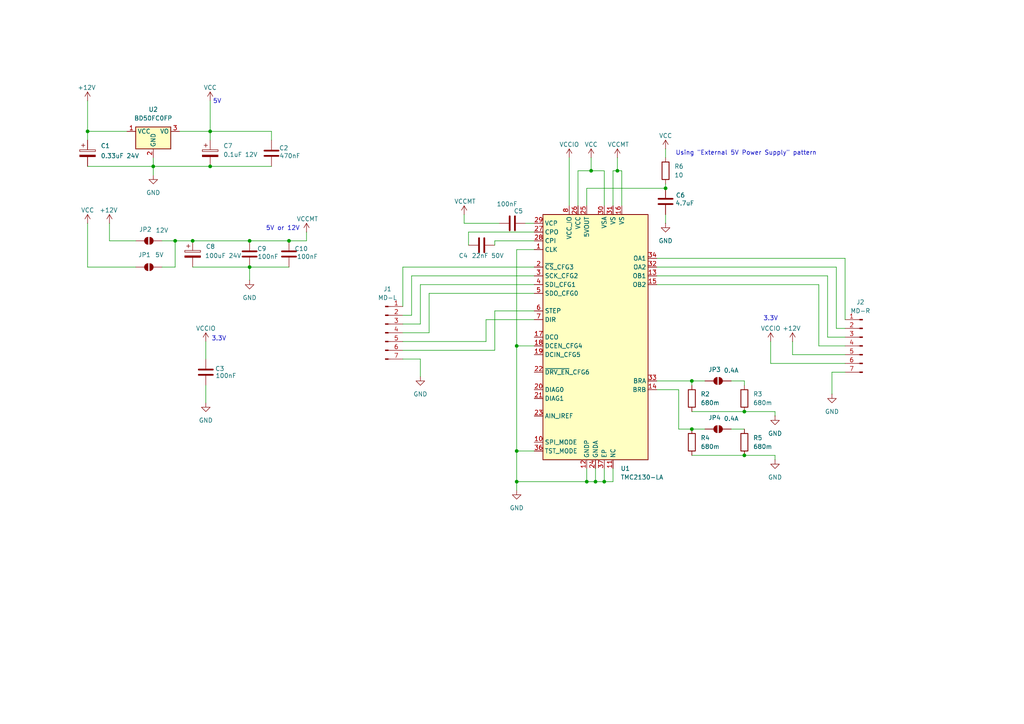
<source format=kicad_sch>
(kicad_sch (version 20231120) (generator "eeschema") (generator_version "8.0")
  (paper "A4")
  (lib_symbols
    (symbol "Connector:Conn_01x07_Pin" (pin_names (offset 1.016) hide)
      (property "Reference" "J" (at 0 10.16 0))
      (property "Value" "Conn_01x07_Pin" (at 0 -10.16 0))
      (symbol "Conn_01x07_Pin_1_1"
        (polyline (pts (xy 1.27 -7.62) (xy 0.8636 -7.62)) (stroke (width 0.1524)))
        (polyline (pts (xy 1.27 -5.08) (xy 0.8636 -5.08)) (stroke (width 0.1524)))
        (polyline (pts (xy 1.27 -2.54) (xy 0.8636 -2.54)) (stroke (width 0.1524)))
        (polyline (pts (xy 1.27 0) (xy 0.8636 0)) (stroke (width 0.1524)))
        (polyline (pts (xy 1.27 2.54) (xy 0.8636 2.54)) (stroke (width 0.1524)))
        (polyline (pts (xy 1.27 5.08) (xy 0.8636 5.08)) (stroke (width 0.1524)))
        (polyline (pts (xy 1.27 7.62) (xy 0.8636 7.62)) (stroke (width 0.1524)))
        (rectangle (start 0.8636 -7.493) (end 0 -7.747) (stroke (width 0.1524)) (fill (type outline)))
        (rectangle (start 0.8636 -4.953) (end 0 -5.207) (stroke (width 0.1524)) (fill (type outline)))
        (rectangle (start 0.8636 -2.413) (end 0 -2.667) (stroke (width 0.1524)) (fill (type outline)))
        (rectangle (start 0.8636 0.127) (end 0 -0.127) (stroke (width 0.1524)) (fill (type outline)))
        (rectangle (start 0.8636 2.667) (end 0 2.413) (stroke (width 0.1524)) (fill (type outline)))
        (rectangle (start 0.8636 5.207) (end 0 4.953) (stroke (width 0.1524)) (fill (type outline)))
        (rectangle (start 0.8636 7.747) (end 0 7.493) (stroke (width 0.1524)) (fill (type outline)))
        (pin passive line (at 5.08 7.62 180) (length 3.81) (name "Pin_1") (number "1"))
        (pin passive line (at 5.08 5.08 180) (length 3.81) (name "Pin_2") (number "2"))
        (pin passive line (at 5.08 2.54 180) (length 3.81) (name "Pin_3") (number "3"))
        (pin passive line (at 5.08 0 180) (length 3.81) (name "Pin_4") (number "4"))
        (pin passive line (at 5.08 -2.54 180) (length 3.81) (name "Pin_5") (number "5"))
        (pin passive line (at 5.08 -5.08 180) (length 3.81) (name "Pin_6") (number "6"))
        (pin passive line (at 5.08 -7.62 180) (length 3.81) (name "Pin_7") (number "7"))
      )
    )
    (symbol "Device:C" (pin_numbers hide) (pin_names (offset 0.254))
      (property "Reference" "C" (at 0.635 2.54 0))
      (property "Value" "C" (at 0.635 -2.54 0))
      (symbol "C_0_1"
        (polyline (pts (xy -2.032 -0.762) (xy 2.032 -0.762)) (stroke (width 0.508)))
        (polyline (pts (xy -2.032 0.762) (xy 2.032 0.762)) (stroke (width 0.508)))
      )
      (symbol "C_1_1"
        (pin passive line (at 0 3.81 270) (length 2.794) (name "~") (number "1"))
        (pin passive line (at 0 -3.81 90) (length 2.794) (name "~") (number "2"))
      )
    )
    (symbol "Device:C_Polarized" (pin_numbers hide) (pin_names (offset 0.254))
      (property "Reference" "C" (at 0.635 2.54 0))
      (property "Value" "C_Polarized" (at 0.635 -2.54 0))
      (symbol "C_Polarized_0_1"
        (rectangle (start -2.286 0.508) (end 2.286 1.016))
        (polyline (pts (xy -1.778 2.286) (xy -0.762 2.286)))
        (polyline (pts (xy -1.27 2.794) (xy -1.27 1.778)))
        (rectangle (start 2.286 -0.508) (end -2.286 -1.016) (fill (type outline)))
      )
      (symbol "C_Polarized_1_1"
        (pin passive line (at 0 3.81 270) (length 2.794) (name "~") (number "1"))
        (pin passive line (at 0 -3.81 90) (length 2.794) (name "~") (number "2"))
      )
    )
    (symbol "Device:R" (pin_numbers hide) (pin_names (offset 0))
      (property "Reference" "R" (at 2.032 0 90))
      (property "Value" "R" (at 0 0 90))
      (symbol "R_0_1"
        (rectangle (start -1.016 -2.54) (end 1.016 2.54) (stroke (width 0.254)))
      )
      (symbol "R_1_1"
        (pin passive line (at 0 3.81 270) (length 1.27) (name "~") (number "1"))
        (pin passive line (at 0 -3.81 90) (length 1.27) (name "~") (number "2"))
      )
    )
    (symbol "Driver_Motor:TMC2130-LA"
      (property "Reference" "U" (at -11.43 38.1 0))
      (property "Value" "TMC2130-LA" (at 17.78 38.1 0))
      (symbol "TMC2130-LA_0_1"
        (rectangle (start -15.24 35.56) (end 15.24 -35.56) (stroke (width 0.254)) (fill (type background)))
      )
      (symbol "TMC2130-LA_1_1"
        (pin input line (at -17.78 25.4 0) (length 2.54) (name "CLK") (number "1"))
        (pin input line (at -17.78 -30.48 0) (length 2.54) (name "SPI_MODE") (number "10"))
        (pin passive line (at 5.08 -38.1 90) (length 2.54) (name "NC") (number "11"))
        (pin power_in line (at -2.54 -38.1 90) (length 2.54) (name "GNDP") (number "12"))
        (pin output line (at 17.78 17.78 180) (length 2.54) (name "OB1") (number "13"))
        (pin passive line (at 17.78 -15.24 180) (length 2.54) (name "BRB") (number "14"))
        (pin output line (at 17.78 15.24 180) (length 2.54) (name "OB2") (number "15"))
        (pin power_in line (at 7.62 38.1 270) (length 2.54) (name "VS") (number "16"))
        (pin output line (at -17.78 0 0) (length 2.54) (name "DCO") (number "17"))
        (pin input line (at -17.78 -2.54 0) (length 2.54) (name "DCEN_CFG4") (number "18"))
        (pin input line (at -17.78 -5.08 0) (length 2.54) (name "DCIN_CFG5") (number "19"))
        (pin input line (at -17.78 20.32 0) (length 2.54) (name "~{CS}_CFG3") (number "2"))
        (pin output line (at -17.78 -15.24 0) (length 2.54) (name "DIAG0") (number "20"))
        (pin output line (at -17.78 -17.78 0) (length 2.54) (name "DIAG1") (number "21"))
        (pin input line (at -17.78 -10.16 0) (length 2.54) (name "~{DRV_EN}_CFG6") (number "22"))
        (pin input line (at -17.78 -22.86 0) (length 2.54) (name "AIN_IREF") (number "23"))
        (pin power_in line (at 0 -38.1 90) (length 2.54) (name "GNDA") (number "24"))
        (pin power_out line (at -2.54 38.1 270) (length 2.54) (name "5VOUT") (number "25"))
        (pin power_in line (at -5.08 38.1 270) (length 2.54) (name "VCC") (number "26"))
        (pin passive line (at -17.78 30.48 0) (length 2.54) (name "CPO") (number "27"))
        (pin passive line (at -17.78 27.94 0) (length 2.54) (name "CPI") (number "28"))
        (pin passive line (at -17.78 33.02 0) (length 2.54) (name "VCP") (number "29"))
        (pin input line (at -17.78 17.78 0) (length 2.54) (name "SCK_CFG2") (number "3"))
        (pin power_in line (at 2.54 38.1 270) (length 2.54) (name "VSA") (number "30"))
        (pin power_in line (at 5.08 38.1 270) (length 2.54) (name "VS") (number "31"))
        (pin output line (at 17.78 20.32 180) (length 2.54) (name "OA2") (number "32"))
        (pin passive line (at 17.78 -12.7 180) (length 2.54) (name "BRA") (number "33"))
        (pin output line (at 17.78 22.86 180) (length 2.54) (name "OA1") (number "34"))
        (pin passive line (at -2.54 -38.1 90) (length 2.54) hide (name "GNDP") (number "35"))
        (pin input line (at -17.78 -33.02 0) (length 2.54) (name "TST_MODE") (number "36"))
        (pin power_in line (at 2.54 -38.1 90) (length 2.54) (name "EP") (number "37"))
        (pin input line (at -17.78 15.24 0) (length 2.54) (name "SDI_CFG1") (number "4"))
        (pin bidirectional line (at -17.78 12.7 0) (length 2.54) (name "SDO_CFG0") (number "5"))
        (pin input line (at -17.78 7.62 0) (length 2.54) (name "STEP") (number "6"))
        (pin input line (at -17.78 5.08 0) (length 2.54) (name "DIR") (number "7"))
        (pin power_in line (at -7.62 38.1 270) (length 2.54) (name "VCC_IO") (number "8"))
        (pin no_connect line (at 15.24 33.02 180) (length 2.54) hide (name "DNC") (number "9"))
      )
    )
    (symbol "Jumper:SolderJumper_2_Open" (pin_numbers hide) (pin_names (offset 0) hide) (exclude_from_sim yes) (in_bom no)
      (property "Reference" "JP" (at 0 2.032 0))
      (property "Value" "SolderJumper_2_Open" (at 0 -2.54 0))
      (symbol "SolderJumper_2_Open_0_1"
        (arc (start -0.254 1.016) (mid -1.2656 0) (end -0.254 -1.016))
        (arc (start -0.254 1.016) (mid -1.2656 0) (end -0.254 -1.016) (fill (type outline)))
        (polyline (pts (xy -0.254 1.016) (xy -0.254 -1.016)))
        (polyline (pts (xy 0.254 1.016) (xy 0.254 -1.016)))
        (arc (start 0.254 -1.016) (mid 1.2656 0) (end 0.254 1.016))
        (arc (start 0.254 -1.016) (mid 1.2656 0) (end 0.254 1.016) (fill (type outline)))
      )
      (symbol "SolderJumper_2_Open_1_1"
        (pin passive line (at -3.81 0 0) (length 2.54) (name "A") (number "1"))
        (pin passive line (at 3.81 0 180) (length 2.54) (name "B") (number "2"))
      )
    )
    (symbol "Regulator_Linear:BD50FC0FP"
      (property "Reference" "U" (at 0 7.62 0))
      (property "Value" "BD50FC0FP" (at 0 5.08 0))
      (symbol "BD50FC0FP_1_1"
        (rectangle (start -5.08 -5.08) (end 5.08 1.27) (stroke (width 0.254)) (fill (type background)))
        (pin power_in line (at -7.62 0 0) (length 2.54) (name "VCC") (number "1"))
        (pin power_in line (at 0 -7.62 90) (length 2.54) (name "GND") (number "2"))
        (pin power_out line (at 7.62 0 180) (length 2.54) (name "VO") (number "3"))
      )
    )
    (symbol "power:+12V" (power) (pin_numbers hide) (pin_names (offset 0) hide)
      (property "Value" "+12V" (at 0 3.556 0))
      (symbol "+12V_0_1"
        (polyline (pts (xy -0.762 1.27) (xy 0 2.54)))
        (polyline (pts (xy 0 0) (xy 0 2.54)))
        (polyline (pts (xy 0 2.54) (xy 0.762 1.27)))
      )
      (symbol "+12V_1_1"
        (pin power_in line (at 0 0 90) (length 0) (name "~") (number "1"))
      )
    )
    (symbol "power:GND" (power) (pin_numbers hide) (pin_names (offset 0) hide)
      (property "Value" "GND" (at 0 -3.81 0))
      (symbol "GND_0_1"
        (polyline (pts (xy 0 0) (xy 0 -1.27) (xy 1.27 -1.27) (xy 0 -2.54) (xy -1.27 -1.27) (xy 0 -1.27)))
      )
      (symbol "GND_1_1"
        (pin power_in line (at 0 0 270) (length 0) (name "~") (number "1"))
      )
    )
    (symbol "power:VCC" (power) (pin_numbers hide) (pin_names (offset 0) hide)
      (property "Value" "VCC" (at 0 3.556 0))
      (symbol "VCC_0_1"
        (polyline (pts (xy -0.762 1.27) (xy 0 2.54)))
        (polyline (pts (xy 0 0) (xy 0 2.54)))
        (polyline (pts (xy 0 2.54) (xy 0.762 1.27)))
      )
      (symbol "VCC_1_1"
        (pin power_in line (at 0 0 90) (length 0) (name "~") (number "1"))
      )
    )
  )
  (junction (at 149.86 130.81))
  (junction (at 60.96 48.26))
  (junction (at 200.66 110.49))
  (junction (at 25.4 38.1))
  (junction (at 44.45 48.26))
  (junction (at 83.82 69.85))
  (junction (at 55.88 69.85))
  (junction (at 175.26 139.7))
  (junction (at 172.72 139.7))
  (junction (at 72.39 77.47))
  (junction (at 179.07 49.53))
  (junction (at 200.66 124.46))
  (junction (at 60.96 38.1))
  (junction (at 50.8 69.85))
  (junction (at 149.86 100.33))
  (junction (at 170.18 139.7))
  (junction (at 215.9 119.38))
  (junction (at 72.39 69.85))
  (junction (at 171.45 49.53))
  (junction (at 215.9 132.08))
  (junction (at 193.04 54.61))
  (junction (at 149.86 139.7))
  (wire (pts (xy 215.9 132.08) (xy 224.79 132.08)))
  (wire (pts (xy 60.96 38.1) (xy 60.96 40.64)))
  (wire (pts (xy 196.85 113.03) (xy 196.85 124.46)))
  (wire (pts (xy 245.11 107.95) (xy 241.3 107.95)))
  (wire (pts (xy 175.26 135.89) (xy 175.26 139.7)))
  (wire (pts (xy 59.69 111.76) (xy 59.69 116.84)))
  (wire (pts (xy 190.5 82.55) (xy 237.49 82.55)))
  (wire (pts (xy 121.92 93.98) (xy 116.84 93.98)))
  (wire (pts (xy 52.07 38.1) (xy 60.96 38.1)))
  (wire (pts (xy 149.86 100.33) (xy 149.86 130.81)))
  (wire (pts (xy 237.49 100.33) (xy 237.49 82.55)))
  (wire (pts (xy 140.97 92.71) (xy 140.97 99.06)))
  (wire (pts (xy 44.45 48.26) (xy 44.45 50.8)))
  (wire (pts (xy 121.92 82.55) (xy 121.92 93.98)))
  (wire (pts (xy 143.51 69.85) (xy 143.51 71.12)))
  (wire (pts (xy 240.03 80.01) (xy 240.03 97.79)))
  (wire (pts (xy 60.96 29.21) (xy 60.96 38.1)))
  (wire (pts (xy 170.18 139.7) (xy 149.86 139.7)))
  (wire (pts (xy 124.46 85.09) (xy 154.94 85.09)))
  (wire (pts (xy 190.5 77.47) (xy 242.57 77.47)))
  (wire (pts (xy 223.52 105.41) (xy 223.52 99.06)))
  (wire (pts (xy 193.04 43.18) (xy 193.04 45.72)))
  (wire (pts (xy 31.75 69.85) (xy 31.75 64.77)))
  (wire (pts (xy 50.8 69.85) (xy 55.88 69.85)))
  (wire (pts (xy 25.4 38.1) (xy 36.83 38.1)))
  (wire (pts (xy 140.97 99.06) (xy 116.84 99.06)))
  (wire (pts (xy 165.1 45.72) (xy 165.1 59.69)))
  (wire (pts (xy 116.84 77.47) (xy 154.94 77.47)))
  (wire (pts (xy 152.4 64.77) (xy 154.94 64.77)))
  (wire (pts (xy 177.8 59.69) (xy 177.8 49.53)))
  (wire (pts (xy 149.86 130.81) (xy 154.94 130.81)))
  (wire (pts (xy 200.66 124.46) (xy 204.47 124.46)))
  (wire (pts (xy 88.9 69.85) (xy 88.9 67.31)))
  (wire (pts (xy 245.11 105.41) (xy 223.52 105.41)))
  (wire (pts (xy 171.45 45.72) (xy 171.45 49.53)))
  (wire (pts (xy 200.66 110.49) (xy 204.47 110.49)))
  (wire (pts (xy 154.94 100.33) (xy 149.86 100.33)))
  (wire (pts (xy 25.4 38.1) (xy 25.4 40.64)))
  (wire (pts (xy 25.4 29.21) (xy 25.4 38.1)))
  (wire (pts (xy 177.8 135.89) (xy 177.8 139.7)))
  (wire (pts (xy 224.79 133.35) (xy 224.79 132.08)))
  (wire (pts (xy 179.07 45.72) (xy 179.07 49.53)))
  (wire (pts (xy 55.88 77.47) (xy 72.39 77.47)))
  (wire (pts (xy 170.18 54.61) (xy 170.18 59.69)))
  (wire (pts (xy 116.84 101.6) (xy 143.51 101.6)))
  (wire (pts (xy 119.38 91.44) (xy 116.84 91.44)))
  (wire (pts (xy 154.94 72.39) (xy 149.86 72.39)))
  (wire (pts (xy 154.94 69.85) (xy 143.51 69.85)))
  (wire (pts (xy 72.39 69.85) (xy 83.82 69.85)))
  (wire (pts (xy 25.4 77.47) (xy 39.37 77.47)))
  (wire (pts (xy 245.11 102.87) (xy 229.87 102.87)))
  (wire (pts (xy 72.39 77.47) (xy 83.82 77.47)))
  (wire (pts (xy 44.45 45.72) (xy 44.45 48.26)))
  (wire (pts (xy 143.51 90.17) (xy 154.94 90.17)))
  (wire (pts (xy 175.26 49.53) (xy 175.26 59.69)))
  (wire (pts (xy 242.57 95.25) (xy 245.11 95.25)))
  (wire (pts (xy 245.11 100.33) (xy 237.49 100.33)))
  (wire (pts (xy 124.46 96.52) (xy 124.46 85.09)))
  (wire (pts (xy 196.85 124.46) (xy 200.66 124.46)))
  (wire (pts (xy 149.86 139.7) (xy 149.86 142.24)))
  (wire (pts (xy 177.8 49.53) (xy 179.07 49.53)))
  (wire (pts (xy 241.3 107.95) (xy 241.3 114.3)))
  (wire (pts (xy 116.84 96.52) (xy 124.46 96.52)))
  (wire (pts (xy 200.66 132.08) (xy 215.9 132.08)))
  (wire (pts (xy 172.72 135.89) (xy 172.72 139.7)))
  (wire (pts (xy 134.62 62.23) (xy 134.62 64.77)))
  (wire (pts (xy 149.86 72.39) (xy 149.86 100.33)))
  (wire (pts (xy 171.45 49.53) (xy 167.64 49.53)))
  (wire (pts (xy 240.03 97.79) (xy 245.11 97.79)))
  (wire (pts (xy 167.64 49.53) (xy 167.64 59.69)))
  (wire (pts (xy 44.45 48.26) (xy 60.96 48.26)))
  (wire (pts (xy 245.11 92.71) (xy 245.11 74.93)))
  (wire (pts (xy 190.5 74.93) (xy 245.11 74.93)))
  (wire (pts (xy 190.5 80.01) (xy 240.03 80.01)))
  (wire (pts (xy 135.89 67.31) (xy 154.94 67.31)))
  (wire (pts (xy 60.96 48.26) (xy 78.74 48.26)))
  (wire (pts (xy 180.34 49.53) (xy 179.07 49.53)))
  (wire (pts (xy 172.72 139.7) (xy 170.18 139.7)))
  (wire (pts (xy 193.04 53.34) (xy 193.04 54.61)))
  (wire (pts (xy 83.82 69.85) (xy 88.9 69.85)))
  (wire (pts (xy 229.87 102.87) (xy 229.87 99.06)))
  (wire (pts (xy 224.79 120.65) (xy 224.79 119.38)))
  (wire (pts (xy 190.5 113.03) (xy 196.85 113.03)))
  (wire (pts (xy 50.8 77.47) (xy 50.8 69.85)))
  (wire (pts (xy 119.38 80.01) (xy 119.38 91.44)))
  (wire (pts (xy 200.66 111.76) (xy 200.66 110.49)))
  (wire (pts (xy 193.04 62.23) (xy 193.04 64.77)))
  (wire (pts (xy 134.62 64.77) (xy 144.78 64.77)))
  (wire (pts (xy 46.99 69.85) (xy 50.8 69.85)))
  (wire (pts (xy 116.84 104.14) (xy 121.92 104.14)))
  (wire (pts (xy 200.66 110.49) (xy 190.5 110.49)))
  (wire (pts (xy 215.9 119.38) (xy 224.79 119.38)))
  (wire (pts (xy 154.94 80.01) (xy 119.38 80.01)))
  (wire (pts (xy 116.84 88.9) (xy 116.84 77.47)))
  (wire (pts (xy 212.09 124.46) (xy 215.9 124.46)))
  (wire (pts (xy 180.34 49.53) (xy 180.34 59.69)))
  (wire (pts (xy 200.66 119.38) (xy 215.9 119.38)))
  (wire (pts (xy 39.37 69.85) (xy 31.75 69.85)))
  (wire (pts (xy 154.94 82.55) (xy 121.92 82.55)))
  (wire (pts (xy 149.86 130.81) (xy 149.86 139.7)))
  (wire (pts (xy 177.8 139.7) (xy 175.26 139.7)))
  (wire (pts (xy 135.89 67.31) (xy 135.89 71.12)))
  (wire (pts (xy 171.45 49.53) (xy 175.26 49.53)))
  (wire (pts (xy 60.96 38.1) (xy 78.74 38.1)))
  (wire (pts (xy 46.99 77.47) (xy 50.8 77.47)))
  (wire (pts (xy 78.74 38.1) (xy 78.74 40.64)))
  (wire (pts (xy 121.92 104.14) (xy 121.92 109.22)))
  (wire (pts (xy 59.69 99.06) (xy 59.69 104.14)))
  (wire (pts (xy 170.18 54.61) (xy 193.04 54.61)))
  (wire (pts (xy 212.09 110.49) (xy 215.9 110.49)))
  (wire (pts (xy 242.57 77.47) (xy 242.57 95.25)))
  (wire (pts (xy 154.94 92.71) (xy 140.97 92.71)))
  (wire (pts (xy 175.26 139.7) (xy 172.72 139.7)))
  (wire (pts (xy 25.4 64.77) (xy 25.4 77.47)))
  (wire (pts (xy 55.88 69.85) (xy 72.39 69.85)))
  (wire (pts (xy 25.4 48.26) (xy 44.45 48.26)))
  (wire (pts (xy 72.39 77.47) (xy 72.39 81.28)))
  (wire (pts (xy 215.9 110.49) (xy 215.9 111.76)))
  (wire (pts (xy 143.51 101.6) (xy 143.51 90.17)))
  (wire (pts (xy 170.18 135.89) (xy 170.18 139.7)))
  (text "5V or 12V" (exclude_from_sim yes) (at 82.042 66.294 0) (effects (font (size 1.27 1.27))))
  (text "Using \"External 5V Power Supply\" pattern" (at 216.408 44.45 0) (effects (font (size 1.27 1.27))))
  (text "3.3V" (at 63.5 98.298 0) (effects (font (size 1.27 1.27))))
  (text "5V" (exclude_from_sim yes) (at 62.992 29.464 0) (effects (font (size 1.27 1.27))))
  (text "3.3V" (at 223.52 92.456 0) (effects (font (size 1.27 1.27))))
  (symbol (lib_id "Driver_Motor:TMC2130-LA") (at 172.72 97.79 0) (unit 1)
    (property "Reference" "U1" (at 179.9941 135.89 0) (effects (justify left)))
    (property "Value" "TMC2130-LA" (at 179.9941 138.43 0) (effects (justify left)))
    (property "Footprint" "Package_DFN_QFN:QFN-36-1EP_5x6mm_P0.5mm_EP3.6x4.1mm" (effects (hide yes)))
    (property "Datasheet" "http://www.trinamic.com/fileadmin/assets/Products/ICs_Documents/TMC2130_datasheet.pdf" (effects (hide yes)))
    (property "Description" "Driver for two-phase bipolar stepper motor, 2.0A, SPI, 4.75-46V, QFN-36" (effects (hide yes)))
  )
  (symbol (lib_id "Device:C") (at 83.82 73.66 180) (unit 1)
    (property "Reference" "C10" (at 87.376 72.136 0))
    (property "Value" "100nF" (at 89.154 74.422 0))
    (property "Description" "Unpolarized capacitor for VCC" (effects (hide yes)))
  )
  (symbol (lib_id "power:GND") (at 149.86 142.24 0) (unit 1)
    (property "Reference" "#PWR01" (effects (hide yes)))
    (property "Value" "GND" (at 149.86 147.32 0))
    (property "Description" "Power symbol creates a global label with name \"GND\" , ground" (effects (hide yes)))
  )
  (symbol (lib_id "power:VCC") (at 179.07 45.72 0) (unit 1)
    (property "Reference" "#PWR07" (effects (hide yes)))
    (property "Value" "VCCMT" (at 179.324 41.91 0))
    (property "Description" "Power symbol creates a global label with name \"VCC\"" (effects (hide yes)))
  )
  (symbol (lib_id "Device:R") (at 193.04 49.53 180) (unit 1)
    (property "Reference" "R6" (at 195.58 48.2599 0) (effects (justify right)))
    (property "Value" "10" (at 195.58 50.7999 0) (effects (justify right)))
    (property "Description" "Resistor" (effects (hide yes)))
  )
  (symbol (lib_id "Device:R") (at 200.66 128.27 180) (unit 1)
    (property "Reference" "R4" (at 203.2 126.9999 0) (effects (justify right)))
    (property "Value" "680m" (at 203.2 129.5399 0) (effects (justify right)))
    (property "Description" "Resistor" (effects (hide yes)))
  )
  (symbol (lib_id "Jumper:SolderJumper_2_Open") (at 208.28 110.49 0) (unit 1) (exclude_from_sim yes) (in_bom no)
    (property "Reference" "JP3" (at 207.264 107.188 0))
    (property "Value" "0.4A" (at 212.09 107.442 0))
    (property "Description" "Solder Jumper, 2-pole, open" (effects (hide yes)))
  )
  (symbol (lib_id "power:GND") (at 241.3 114.3 0) (unit 1)
    (property "Reference" "#PWR03" (effects (hide yes)))
    (property "Value" "GND" (at 241.3 119.38 0))
    (property "Description" "Power symbol creates a global label with name \"GND\" , ground" (effects (hide yes)))
  )
  (symbol (lib_id "Connector:Conn_01x07_Pin") (at 250.19 100.33 0) (mirror y) (unit 1)
    (property "Reference" "J2" (at 249.555 87.63 0))
    (property "Value" "MD-R" (at 249.555 90.17 0))
    (property "Description" "Generic connector, single row, 01x07, script generated" (effects (hide yes)))
  )
  (symbol (lib_id "power:VCC") (at 223.52 99.06 0) (unit 1)
    (property "Reference" "#PWR04" (effects (hide yes)))
    (property "Value" "VCCIO" (at 223.52 95.25 0))
    (property "Description" "Power symbol creates a global label with name \"VCC\"" (effects (hide yes)))
  )
  (symbol (lib_id "Device:C") (at 72.39 73.66 180) (unit 1)
    (property "Reference" "C9" (at 75.946 72.136 0))
    (property "Value" "100nF" (at 77.724 74.422 0))
    (property "Description" "Unpolarized capacitor for VCC" (effects (hide yes)))
  )
  (symbol (lib_id "Device:C") (at 139.7 71.12 270) (unit 1)
    (property "Reference" "C4" (at 134.366 74.168 90))
    (property "Value" "22nF 50V" (at 141.478 74.168 90))
    (property "Description" "Unpolarized capacitor" (effects (hide yes)))
  )
  (symbol (lib_id "power:VCC") (at 60.96 29.21 0) (unit 1)
    (property "Reference" "#PWR017" (effects (hide yes)))
    (property "Value" "VCC" (at 60.96 25.4 0))
    (property "Description" "Power symbol creates a global label with name \"VCC\"" (effects (hide yes)))
  )
  (symbol (lib_id "Device:C") (at 78.74 44.45 180) (unit 1)
    (property "Reference" "C2" (at 82.296 42.926 0))
    (property "Value" "470nF" (at 84.074 45.212 0))
    (property "Description" "Unpolarized capacitor for VCC" (effects (hide yes)))
  )
  (symbol (lib_id "power:VCC") (at 59.69 99.06 0) (unit 1)
    (property "Reference" "#PWR022" (effects (hide yes)))
    (property "Value" "VCCIO" (at 59.69 95.25 0))
    (property "Description" "Power symbol creates a global label with name \"VCC\"" (effects (hide yes)))
  )
  (symbol (lib_id "power:GND") (at 121.92 109.22 0) (unit 1)
    (property "Reference" "#PWR02" (effects (hide yes)))
    (property "Value" "GND" (at 121.92 114.3 0))
    (property "Description" "Power symbol creates a global label with name \"GND\" , ground" (effects (hide yes)))
  )
  (symbol (lib_id "power:GND") (at 224.79 120.65 0) (unit 1)
    (property "Reference" "#PWR011" (effects (hide yes)))
    (property "Value" "GND" (at 224.79 125.73 0))
    (property "Description" "Power symbol creates a global label with name \"GND\" , ground" (effects (hide yes)))
  )
  (symbol (lib_id "Connector:Conn_01x07_Pin") (at 111.76 96.52 0) (unit 1)
    (property "Reference" "J1" (at 112.395 83.82 0))
    (property "Value" "MD-L" (at 112.395 86.36 0))
    (property "Description" "Generic connector, single row, 01x07, script generated" (effects (hide yes)))
  )
  (symbol (lib_id "Device:R") (at 215.9 115.57 180) (unit 1)
    (property "Reference" "R3" (at 218.44 114.2999 0) (effects (justify right)))
    (property "Value" "680m" (at 218.44 116.8399 0) (effects (justify right)))
    (property "Description" "Resistor" (effects (hide yes)))
  )
  (symbol (lib_id "power:VCC") (at 134.62 62.23 0) (unit 1)
    (property "Reference" "#PWR013" (effects (hide yes)))
    (property "Value" "VCCMT" (at 134.874 58.42 0))
    (property "Description" "Power symbol creates a global label with name \"VCC\"" (effects (hide yes)))
  )
  (symbol (lib_id "power:GND") (at 44.45 50.8 0) (unit 1)
    (property "Reference" "#PWR016" (effects (hide yes)))
    (property "Value" "GND" (at 44.45 55.88 0))
    (property "Description" "Power symbol creates a global label with name \"GND\" , ground" (effects (hide yes)))
  )
  (symbol (lib_id "Device:R") (at 200.66 115.57 180) (unit 1)
    (property "Reference" "R2" (at 203.2 114.2999 0) (effects (justify right)))
    (property "Value" "680m" (at 203.2 116.8399 0) (effects (justify right)))
    (property "Description" "Resistor" (effects (hide yes)))
  )
  (symbol (lib_id "Device:C_Polarized") (at 55.88 73.66 0) (unit 1)
    (property "Reference" "C8" (at 59.69 71.5009 0) (effects (justify left)))
    (property "Value" "100uF 24V" (at 59.436 74.168 0) (effects (justify left)))
    (property "Description" "Polarized capacitor" (effects (hide yes)))
  )
  (symbol (lib_id "power:GND") (at 193.04 64.77 0) (unit 1)
    (property "Reference" "#PWR014" (effects (hide yes)))
    (property "Value" "GND" (at 193.04 69.85 0))
    (property "Description" "Power symbol creates a global label with name \"GND\" , ground" (effects (hide yes)))
  )
  (symbol (lib_id "power:VCC") (at 25.4 64.77 0) (unit 1)
    (property "Reference" "#PWR020" (effects (hide yes)))
    (property "Value" "VCC" (at 25.4 60.96 0))
    (property "Description" "Power symbol creates a global label with name \"VCC\"" (effects (hide yes)))
  )
  (symbol (lib_id "Device:C") (at 193.04 58.42 180) (unit 1)
    (property "Reference" "C6" (at 197.358 56.642 0))
    (property "Value" "4.7uF" (at 198.628 58.928 0))
    (property "Description" "Unpolarized capacitor" (effects (hide yes)))
  )
  (symbol (lib_id "power:+12V") (at 25.4 29.21 0) (unit 1)
    (property "Reference" "#PWR015" (effects (hide yes)))
    (property "Value" "+12V" (at 25.146 25.4 0))
    (property "Description" "Power symbol creates a global label with name \"+12V\"" (effects (hide yes)))
  )
  (symbol (lib_id "power:+12V") (at 31.75 64.77 0) (unit 1)
    (property "Reference" "#PWR019" (effects (hide yes)))
    (property "Value" "+12V" (at 31.496 60.96 0))
    (property "Description" "Power symbol creates a global label with name \"+12V\"" (effects (hide yes)))
  )
  (symbol (lib_id "power:GND") (at 224.79 133.35 0) (unit 1)
    (property "Reference" "#PWR012" (effects (hide yes)))
    (property "Value" "GND" (at 224.79 138.43 0))
    (property "Description" "Power symbol creates a global label with name \"GND\" , ground" (effects (hide yes)))
  )
  (symbol (lib_id "power:VCC") (at 165.1 45.72 0) (unit 1)
    (property "Reference" "#PWR021" (effects (hide yes)))
    (property "Value" "VCCIO" (at 165.1 41.91 0))
    (property "Description" "Power symbol creates a global label with name \"VCC\"" (effects (hide yes)))
  )
  (symbol (lib_id "Regulator_Linear:BD50FC0FP") (at 44.45 38.1 0) (unit 1)
    (property "Reference" "U2" (at 44.45 31.75 0))
    (property "Value" "BD50FC0FP" (at 44.45 34.29 0))
    (property "Footprint" "Package_TO_SOT_SMD:TO-252-2" (effects (hide yes)))
    (property "Datasheet" "https://fscdn.rohm.com/en/products/databook/datasheet/ic/power/linear_regulator/bdxxfc0wefj-e.pdf" (effects (hide yes)))
    (property "Description" "1A, 5.0V LDO regulator with OVP & TSP, without enable, TO-252" (effects (hide yes)))
  )
  (symbol (lib_id "Device:C") (at 59.69 107.95 180) (unit 1)
    (property "Reference" "C3" (at 63.754 106.934 0))
    (property "Value" "100nF" (at 65.532 108.966 0))
    (property "Description" "Unpolarized capacitor for VCC_IO" (effects (hide yes)))
  )
  (symbol (lib_id "power:+12V") (at 229.87 99.06 0) (unit 1)
    (property "Reference" "#PWR05" (effects (hide yes)))
    (property "Value" "+12V" (at 229.616 95.25 0))
    (property "Description" "Power symbol creates a global label with name \"+12V\"" (effects (hide yes)))
  )
  (symbol (lib_id "power:VCC") (at 193.04 43.18 0) (unit 1)
    (property "Reference" "#PWR08" (effects (hide yes)))
    (property "Value" "VCC" (at 193.04 39.37 0))
    (property "Description" "Power symbol creates a global label with name \"VCC\"" (effects (hide yes)))
  )
  (symbol (lib_id "power:VCC") (at 171.45 45.72 0) (unit 1)
    (property "Reference" "#PWR06" (effects (hide yes)))
    (property "Value" "VCC" (at 171.45 41.91 0))
    (property "Description" "Power symbol creates a global label with name \"VCC\"" (effects (hide yes)))
  )
  (symbol (lib_id "Jumper:SolderJumper_2_Open") (at 43.18 69.85 0) (unit 1) (exclude_from_sim yes) (in_bom no)
    (property "Reference" "JP2" (at 42.164 66.548 0))
    (property "Value" "12V" (at 46.99 66.802 0))
    (property "Description" "Solder Jumper, 2-pole, open" (effects (hide yes)))
  )
  (symbol (lib_id "Device:C_Polarized") (at 60.96 44.45 0) (unit 1)
    (property "Reference" "C7" (at 64.77 42.2909 0) (effects (justify left)))
    (property "Value" "0.1uF 12V" (at 64.77 44.8309 0) (effects (justify left)))
    (property "Description" "Polarized capacitor" (effects (hide yes)))
  )
  (symbol (lib_id "Device:C") (at 148.59 64.77 270) (unit 1)
    (property "Reference" "C5" (at 150.368 61.214 90))
    (property "Value" "100nF" (at 147.066 59.182 90))
    (property "Description" "Unpolarized capacitor" (effects (hide yes)))
  )
  (symbol (lib_id "power:VCC") (at 88.9 67.31 0) (unit 1)
    (property "Reference" "#PWR018" (effects (hide yes)))
    (property "Value" "VCCMT" (at 89.154 63.5 0))
    (property "Description" "Power symbol creates a global label with name \"VCC\"" (effects (hide yes)))
  )
  (symbol (lib_id "power:GND") (at 59.69 116.84 0) (unit 1)
    (property "Reference" "#PWR023" (effects (hide yes)))
    (property "Value" "GND" (at 59.69 121.92 0))
    (property "Description" "Power symbol creates a global label with name \"GND\" , ground" (effects (hide yes)))
  )
  (symbol (lib_id "Jumper:SolderJumper_2_Open") (at 208.28 124.46 0) (unit 1) (exclude_from_sim yes) (in_bom no)
    (property "Reference" "JP4" (at 207.264 121.158 0))
    (property "Value" "0.4A" (at 212.09 121.412 0))
    (property "Description" "Solder Jumper, 2-pole, open" (effects (hide yes)))
  )
  (symbol (lib_id "Device:R") (at 215.9 128.27 180) (unit 1)
    (property "Reference" "R5" (at 218.44 126.9999 0) (effects (justify right)))
    (property "Value" "680m" (at 218.44 129.5399 0) (effects (justify right)))
    (property "Description" "Resistor" (effects (hide yes)))
  )
  (symbol (lib_id "Jumper:SolderJumper_2_Open") (at 43.18 77.47 180) (unit 1) (exclude_from_sim yes) (in_bom no)
    (property "Reference" "JP1" (at 41.91 73.914 0))
    (property "Value" "5V" (at 46.228 73.914 0))
    (property "Description" "Solder Jumper, 2-pole, open" (effects (hide yes)))
  )
  (symbol (lib_id "Device:C_Polarized") (at 25.4 44.45 0) (unit 1)
    (property "Reference" "C1" (at 29.21 42.2909 0) (effects (justify left)))
    (property "Value" "0.33uF 24V" (at 29.21 45.212 0) (effects (justify left)))
    (property "Description" "Polarized capacitor" (effects (hide yes)))
  )
  (symbol (lib_id "power:GND") (at 72.39 81.28 0) (unit 1)
    (property "Reference" "#PWR09" (effects (hide yes)))
    (property "Value" "GND" (at 72.39 86.36 0))
    (property "Description" "Power symbol creates a global label with name \"GND\" , ground" (effects (hide yes)))
  )
)
</source>
